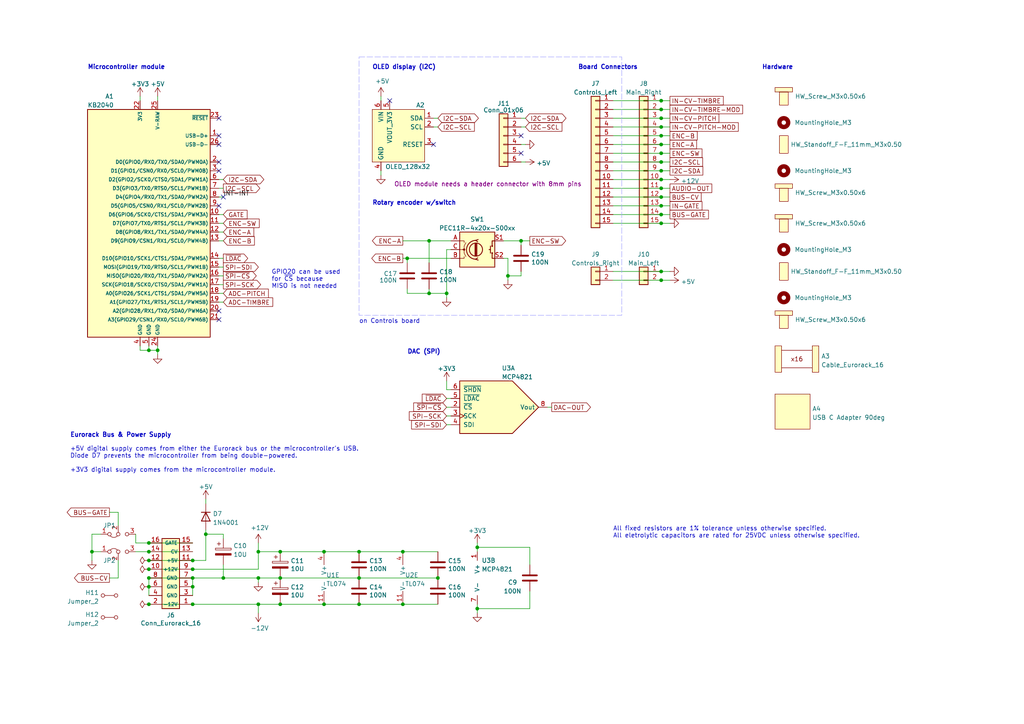
<source format=kicad_sch>
(kicad_sch (version 20230121) (generator eeschema)
  (paper "A4")
  (title_block (title "Digital & Misc - Eurorack Dexy Module") (date "2023-04-22") (rev "1.0.1") (company "Len Popp") (comment 1 "Copyright © 2023 Len Popp CC BY") (comment 2 "Eurorack digital voice module - 10HP"))
  (lib_symbols
    (symbol "-lmp-IC-misc:MCP4821" (pin_names (offset 1.016))
      (property "Reference" "U" (at 1.27 10.795 0))
      (property "Value" "MCP4821" (at 1.27 8.89 0))
      (symbol "MCP4821_1_1"
        (pin input line (at -12.7 0 0) (length 2.54) (name "~{CS}") (number "2"))
        (pin input clock (at -12.7 -2.54 0) (length 2.54) (name "SCK") (number "3"))
        (pin input line (at -12.7 -5.08 0) (length 2.54) (name "SDI") (number "4"))
        (pin input line (at -12.7 2.54 0) (length 2.54) (name "~{LDAC}") (number "5"))
        (pin input line (at -12.7 5.08 0) (length 2.54) (name "~{SHDN}") (number "6"))
        (pin output line (at 15.24 0 180) (length 2.54) (name "Vout") (number "8"))
      )
      (symbol "MCP4821_2_1"
        (pin power_in line (at 0 7.62 270) (length 2.54) (name "V+") (number "1"))
        (pin power_in line (at 0 -7.62 90) (length 2.54) (name "V-") (number "7"))
      )
    )
    (symbol "-lmp-diode:1N4001" (pin_numbers hide) (pin_names (offset 1.016) hide)
      (property "Reference" "D" (at 0 2.54 0))
      (property "Value" "1N4001" (at 0 -2.54 0))
      (symbol "1N4001_1_1"
        (pin passive line (at -3.81 0 0) (length 2.54) (name "K") (number "1"))
        (pin passive line (at 3.81 0 180) (length 2.54) (name "A") (number "2"))
      )
    )
    (symbol "-lmp-holes:MountingHole_PCB_M3" (pin_names (offset 1.016)) (in_bom no)
      (property "Value" "MountingHole_PCB_M3" (at 0 3.175 0))
    )
    (symbol "-lmp-opamp:TL074" (pin_names (offset 0.127))
      (property "Reference" "U" (at 0 5.08 0))
      (property "Value" "TL074" (at 0 -5.08 0))
      (symbol "TL074_1_1"
        (pin output line (at 7.62 0 180) (length 2.54) (name "~") (number "1"))
        (pin input line (at -7.62 -2.54 0) (length 2.54) (name "-") (number "2"))
        (pin input line (at -7.62 2.54 0) (length 2.54) (name "+") (number "3"))
      )
      (symbol "TL074_2_1"
        (pin input line (at -7.62 2.54 0) (length 2.54) (name "+") (number "5"))
        (pin input line (at -7.62 -2.54 0) (length 2.54) (name "-") (number "6"))
        (pin output line (at 7.62 0 180) (length 2.54) (name "~") (number "7"))
      )
      (symbol "TL074_3_1"
        (pin input line (at -7.62 2.54 0) (length 2.54) (name "+") (number "10"))
        (pin output line (at 7.62 0 180) (length 2.54) (name "~") (number "8"))
        (pin input line (at -7.62 -2.54 0) (length 2.54) (name "-") (number "9"))
      )
      (symbol "TL074_4_1"
        (pin input line (at -7.62 2.54 0) (length 2.54) (name "+") (number "12"))
        (pin input line (at -7.62 -2.54 0) (length 2.54) (name "-") (number "13"))
        (pin output line (at 7.62 0 180) (length 2.54) (name "~") (number "14"))
      )
      (symbol "TL074_5_1"
        (pin power_in line (at -2.54 -7.62 90) (length 3.81) (name "V-") (number "11"))
        (pin power_in line (at -2.54 7.62 270) (length 3.81) (name "V+") (number "4"))
      )
    )
    (symbol "-lmp-power:+12V" (power) (pin_names (offset 0))
      (property "Value" "+12V" (at 0 3.556 0))
      (symbol "+12V_1_1"
        (pin power_in line (at 0 0 90) (length 0) hide (name "+12V") (number "1"))
      )
    )
    (symbol "-lmp-power:+3V3" (power) (pin_names (offset 0))
      (property "Value" "+3V3" (at 0 3.556 0))
      (symbol "+3V3_1_1"
        (pin power_in line (at 0 0 90) (length 0) hide (name "+3V3") (number "1"))
      )
    )
    (symbol "-lmp-power:+5V" (power) (pin_names (offset 0))
      (property "Value" "+5V" (at 0 3.556 0))
      (symbol "+5V_1_1"
        (pin power_in line (at 0 0 90) (length 0) hide (name "+5V") (number "1"))
      )
    )
    (symbol "-lmp-power:-12V" (power) (pin_names (offset 0))
      (property "Value" "-12V" (at 0 -3.556 0))
      (symbol "-12V_1_1"
        (pin power_in line (at 0 0 270) (length 0) hide (name "-12V") (number "1"))
      )
    )
    (symbol "-lmp-power:GND" (power) (pin_numbers hide) (pin_names (offset 0) hide)
      (symbol "GND_1_1"
        (pin power_in line (at 0 0 270) (length 0) hide (name "GND") (number "1"))
      )
    )
    (symbol "-lmp-power:PWR_FLAG" (power) (pin_numbers hide) (pin_names (offset 0) hide)
      (property "Value" "PWR_FLAG" (at 0 3.81 0))
      (symbol "PWR_FLAG_0_0"
        (pin power_out line (at 0 0 90) (length 0) (name "pwr") (number "1"))
      )
    )
    (symbol "-lmp-synth:CP_10U" (pin_numbers hide) (pin_names (offset 0.254))
      (property "Reference" "C" (at 0.635 2.54 0))
      (property "Value" "CP_10U" (at 0.635 -2.54 0))
      (symbol "CP_10U_1_1"
        (pin passive line (at 0 3.81 270) (length 2.794) (name "~") (number "1"))
        (pin passive line (at 0 -3.81 90) (length 2.794) (name "~") (number "2"))
      )
    )
    (symbol "-lmp-synth:Cable_Eurorack_16" (on_board no)
      (property "Reference" "A" (at 0 8.255 0))
      (property "Value" "Cable_Eurorack_16" (at 0 5.715 0))
      (symbol "Cable_Eurorack_16_0_0"
        (text "x16" (at 0 0 0) (effects (font (size 1.27 1.27))))
      )
    )
    (symbol "-lmp-synth:Conn_Eurorack_Pwr_16"
      (property "Reference" "J" (at 1.27 10.16 0))
      (property "Value" "Conn_Eurorack_Pwr_16" (at 1.27 -12.7 0))
      (symbol "Conn_Eurorack_Pwr_16_1_1"
        (pin power_in line (at 7.62 -10.16 180) (length 3.81) (name "-12V") (number "1"))
        (pin power_in line (at -5.08 0 0) (length 3.81) (name "~") (number "10"))
        (pin power_in line (at 7.62 2.54 180) (length 3.81) (name "+5V") (number "11"))
        (pin power_in line (at -5.08 2.54 0) (length 3.81) (name "~") (number "12"))
        (pin bidirectional line (at 7.62 5.08 180) (length 3.81) (name "CV") (number "13"))
        (pin bidirectional line (at -5.08 5.08 0) (length 3.81) (name "~") (number "14"))
        (pin bidirectional line (at 7.62 7.62 180) (length 3.81) (name "GATE") (number "15"))
        (pin bidirectional line (at -5.08 7.62 0) (length 3.81) (name "~") (number "16"))
        (pin power_in line (at -5.08 -10.16 0) (length 3.81) (name "~") (number "2"))
        (pin power_in line (at 7.62 -7.62 180) (length 3.81) (name "GND") (number "3"))
        (pin power_in line (at -5.08 -7.62 0) (length 3.81) (name "~") (number "4"))
        (pin power_in line (at 7.62 -5.08 180) (length 3.81) (name "GND") (number "5"))
        (pin power_in line (at -5.08 -5.08 0) (length 3.81) (name "~") (number "6"))
        (pin power_in line (at 7.62 -2.54 180) (length 3.81) (name "GND") (number "7"))
        (pin power_in line (at -5.08 -2.54 0) (length 3.81) (name "~") (number "8"))
        (pin power_in line (at 7.62 0 180) (length 3.81) (name "+12V") (number "9"))
      )
    )
    (symbol "-lmp-synth:Encoder_Bourns_PEC11R_Switch" (pin_names (offset 0.254) hide)
      (property "Reference" "SW" (at 0 6.604 0))
      (property "Value" "Encoder_Bourns_PEC11R_Switch" (at 0 -6.604 0))
      (symbol "Encoder_Bourns_PEC11R_Switch_1_1"
        (pin passive line (at -7.62 2.54 0) (length 2.54) (name "A") (number "A"))
        (pin passive line (at -7.62 -2.54 0) (length 2.54) (name "B") (number "B"))
        (pin passive line (at -7.62 0 0) (length 2.54) (name "C") (number "C"))
        (pin passive line (at 7.62 2.54 180) (length 2.54) (name "S1") (number "S1"))
        (pin passive line (at 7.62 -2.54 180) (length 2.54) (name "S2") (number "S2"))
      )
    )
    (symbol "-lmp-synth:HW_Screw_M3x0.50x6" (pin_names (offset 1.016)) (on_board no)
      (property "Value" "HW_Screw_M3x0.50x6" (at 0 -5.08 0))
    )
    (symbol "-lmp-synth:HW_Standoff_F-F_11mm_M3x0.50" (pin_names (offset 1.016)) (on_board no)
      (property "Value" "HW_Standoff_F-F_11mm_M3x0.50" (at 0 -3.81 0))
    )
    (symbol "-lmp:CC_100N" (pin_numbers hide) (pin_names (offset 0.254))
      (property "Reference" "C" (at 0.635 2.54 0))
      (property "Value" "CC_100N" (at 0.635 -2.54 0))
      (symbol "CC_100N_1_1"
        (pin passive line (at 0 3.81 270) (length 2.794) (name "~") (number "1"))
        (pin passive line (at 0 -3.81 90) (length 2.794) (name "~") (number "2"))
      )
    )
    (symbol "-lmp:Jumper_2" (pin_names (offset 0) hide) (on_board no)
      (property "Reference" "H" (at 0 2.54 0))
      (property "Value" "Jumper_2" (at 0 -2.286 0))
    )
    (symbol "-lmp:Jumper_Pins_3_Bridged12" (pin_names (offset 0) hide)
      (property "Reference" "JP" (at -2.54 -2.54 0))
      (property "Value" "Jumper_Pins_3_Bridged12" (at 0 2.794 0))
      (symbol "Jumper_Pins_3_Bridged12_1_1"
        (pin passive line (at -5.08 0 0) (length 2.032) (name "A") (number "1"))
        (pin input line (at 0 -2.54 90) (length 1.27) (name "C") (number "2"))
        (pin passive line (at 5.08 0 180) (length 2.032) (name "B") (number "3"))
      )
    )
    (symbol "-lmp:MISC" (pin_numbers hide) (pin_names (offset 0) hide) (on_board no)
      (property "Reference" "H" (at 0 8.509 0))
      (property "Value" "MISC" (at 0 6.35 0))
    )
    (symbol "Adafruit:KB2040"
      (property "Reference" "A" (at -17.78 34.29 0))
      (property "Value" "KB2040" (at 17.78 -34.925 0))
      (symbol "KB2040_1_1"
        (pin bidirectional line (at 20.32 25.4 180) (length 2.54) (name "USB-D+") (number "1"))
        (pin bidirectional line (at 20.32 2.54 180) (length 2.54) (name "D6(GPIO6/SCK0/CTS1/SDA1/PWM3A)") (number "10"))
        (pin bidirectional line (at 20.32 0 180) (length 2.54) (name "D7(GPIO7/TX0/RTS1/SCL1/PWM3B)") (number "11"))
        (pin bidirectional line (at 20.32 -2.54 180) (length 2.54) (name "D8(GPIO8/RX1/TX1/SDA0/PWM4A)") (number "12"))
        (pin bidirectional line (at 20.32 -5.08 180) (length 2.54) (name "D9(GPIO9/CSN1/RX1/SCL0/PWM4B)") (number "13"))
        (pin bidirectional line (at 20.32 -10.16 180) (length 2.54) (name "D10(GPIO10/SCK1/CTS1/SDA1/PWM5A)") (number "14"))
        (pin bidirectional line (at 20.32 -12.7 180) (length 2.54) (name "MOSI(GPIO19/TX0/RTS0/SCL1/PWM1B)") (number "15"))
        (pin bidirectional line (at 20.32 -15.24 180) (length 2.54) (name "MISO(GPIO20/RX0/TX1/SDA0/PWM2A)") (number "16"))
        (pin bidirectional line (at 20.32 -17.78 180) (length 2.54) (name "SCK(GPIO18/SCK0/CTS0/SDA1/PWM1A)") (number "17"))
        (pin bidirectional line (at 20.32 -20.32 180) (length 2.54) (name "A0(GPIO26/SCK1/CTS1/SDA1/PWM5A)") (number "18"))
        (pin bidirectional line (at 20.32 -22.86 180) (length 2.54) (name "A1(GPIO27/TX1/RTS1/SCL1/PWM5B)") (number "19"))
        (pin bidirectional line (at 20.32 17.78 180) (length 2.54) (name "D0(GPIO0/RX0/TX0/SDA0/PWM0A)") (number "2"))
        (pin bidirectional line (at 20.32 -25.4 180) (length 2.54) (name "A2(GPIO28/RX1/TX0/SDA0/PWM6A)") (number "20"))
        (pin bidirectional line (at 20.32 -27.94 180) (length 2.54) (name "A3(GPIO29/CSN1/RX0/SCL0/PWM6B)") (number "21"))
        (pin power_out line (at -2.54 35.56 270) (length 2.54) (name "3V3") (number "22"))
        (pin input line (at 20.32 30.48 180) (length 2.54) (name "~{RESET}") (number "23"))
        (pin power_in line (at 2.54 -35.56 90) (length 2.54) (name "GND") (number "24"))
        (pin power_out line (at 2.54 35.56 270) (length 2.54) (name "V-RAW") (number "25"))
        (pin bidirectional line (at 20.32 22.86 180) (length 2.54) (name "USB-D-") (number "26"))
        (pin bidirectional line (at 20.32 15.24 180) (length 2.54) (name "D1(GPIO1/CSN0/RX0/SCL0/PWM0B)") (number "3"))
        (pin power_in line (at -2.54 -35.56 90) (length 2.54) (name "GND") (number "4"))
        (pin power_in line (at 0 -35.56 90) (length 2.54) (name "GND") (number "5"))
        (pin bidirectional line (at 20.32 12.7 180) (length 2.54) (name "D2(GPIO2/SCK0/CTS0/SDA1/PWM1A)") (number "6"))
        (pin bidirectional line (at 20.32 10.16 180) (length 2.54) (name "D3(GPIO3/TX0/RTS0/SCL1/PWM1B)") (number "7"))
        (pin bidirectional line (at 20.32 7.62 180) (length 2.54) (name "D4(GPIO4/RX0/TX1/SDA0/PWM2A)") (number "8"))
        (pin bidirectional line (at 20.32 5.08 180) (length 2.54) (name "D5(GPIO5/CSN0/RX1/SCL0/PWM2B)") (number "9"))
      )
    )
    (symbol "Adafruit:OLED_128x32"
      (property "Reference" "A" (at 0 7.62 0))
      (property "Value" "OLED_128x32" (at -11.43 -8.255 0))
      (symbol "OLED_128x32_1_1"
        (pin bidirectional line (at 2.54 5.08 180) (length 2.54) (name "SDA") (number "1"))
        (pin input line (at 2.54 2.54 180) (length 2.54) (name "SCL") (number "2"))
        (pin input line (at 2.54 -2.54 180) (length 2.54) (name "RESET") (number "3"))
        (pin power_in line (at -12.7 -10.16 90) (length 2.54) (name "GND") (number "4"))
        (pin power_out line (at -10.16 10.16 270) (length 2.54) (name "VOUT_3V3") (number "5"))
        (pin power_in line (at -12.7 10.16 270) (length 2.54) (name "VIN") (number "6"))
      )
    )
    (symbol "Connector_Generic:Conn_01x02" (pin_names (offset 1.016) hide)
      (property "Reference" "J" (at 0 2.54 0))
      (property "Value" "Conn_01x02" (at 0 -5.08 0))
      (symbol "Conn_01x02_1_1"
        (pin passive line (at -5.08 0 0) (length 3.81) (name "Pin_1") (number "1"))
        (pin passive line (at -5.08 -2.54 0) (length 3.81) (name "Pin_2") (number "2"))
      )
    )
    (symbol "Connector_Generic:Conn_01x06" (pin_names (offset 1.016) hide)
      (property "Reference" "J" (at 0 7.62 0))
      (property "Value" "Conn_01x06" (at 0 -10.16 0))
      (symbol "Conn_01x06_1_1"
        (pin passive line (at -5.08 5.08 0) (length 3.81) (name "Pin_1") (number "1"))
        (pin passive line (at -5.08 2.54 0) (length 3.81) (name "Pin_2") (number "2"))
        (pin passive line (at -5.08 0 0) (length 3.81) (name "Pin_3") (number "3"))
        (pin passive line (at -5.08 -2.54 0) (length 3.81) (name "Pin_4") (number "4"))
        (pin passive line (at -5.08 -5.08 0) (length 3.81) (name "Pin_5") (number "5"))
        (pin passive line (at -5.08 -7.62 0) (length 3.81) (name "Pin_6") (number "6"))
      )
    )
    (symbol "Connector_Generic:Conn_01x15" (pin_names (offset 1.016) hide)
      (property "Reference" "J" (at 0 20.32 0))
      (property "Value" "Conn_01x15" (at 0 -20.32 0))
      (symbol "Conn_01x15_1_1"
        (pin passive line (at -5.08 17.78 0) (length 3.81) (name "Pin_1") (number "1"))
        (pin passive line (at -5.08 -5.08 0) (length 3.81) (name "Pin_10") (number "10"))
        (pin passive line (at -5.08 -7.62 0) (length 3.81) (name "Pin_11") (number "11"))
        (pin passive line (at -5.08 -10.16 0) (length 3.81) (name "Pin_12") (number "12"))
        (pin passive line (at -5.08 -12.7 0) (length 3.81) (name "Pin_13") (number "13"))
        (pin passive line (at -5.08 -15.24 0) (length 3.81) (name "Pin_14") (number "14"))
        (pin passive line (at -5.08 -17.78 0) (length 3.81) (name "Pin_15") (number "15"))
        (pin passive line (at -5.08 15.24 0) (length 3.81) (name "Pin_2") (number "2"))
        (pin passive line (at -5.08 12.7 0) (length 3.81) (name "Pin_3") (number "3"))
        (pin passive line (at -5.08 10.16 0) (length 3.81) (name "Pin_4") (number "4"))
        (pin passive line (at -5.08 7.62 0) (length 3.81) (name "Pin_5") (number "5"))
        (pin passive line (at -5.08 5.08 0) (length 3.81) (name "Pin_6") (number "6"))
        (pin passive line (at -5.08 2.54 0) (length 3.81) (name "Pin_7") (number "7"))
        (pin passive line (at -5.08 0 0) (length 3.81) (name "Pin_8") (number "8"))
        (pin passive line (at -5.08 -2.54 0) (length 3.81) (name "Pin_9") (number "9"))
      )
    )
  )
  (junction (at 191.77 54.61))
  (junction (at 118.11 74.93))
  (junction (at 26.67 160.02))
  (junction (at 191.77 34.29))
  (junction (at 74.93 160.02))
  (junction (at 191.77 62.23))
  (junction (at 74.93 175.26))
  (junction (at 74.93 167.64))
  (junction (at 43.18 167.64))
  (junction (at 81.28 175.26))
  (junction (at 124.46 85.09))
  (junction (at 191.77 52.07))
  (junction (at 93.98 160.02))
  (junction (at 191.77 57.15))
  (junction (at 104.14 167.64))
  (junction (at 191.77 39.37))
  (junction (at 191.77 78.74))
  (junction (at 147.32 80.01))
  (junction (at 81.28 160.02))
  (junction (at 129.54 85.09))
  (junction (at 43.18 157.48))
  (junction (at 191.77 59.69))
  (junction (at 43.18 160.02))
  (junction (at 191.77 46.99))
  (junction (at 191.77 44.45))
  (junction (at 191.77 64.77))
  (junction (at 55.88 162.56))
  (junction (at 81.28 167.64))
  (junction (at 124.46 69.85))
  (junction (at 64.77 167.64))
  (junction (at 116.84 160.02))
  (junction (at 93.98 175.26))
  (junction (at 138.43 176.53))
  (junction (at 59.69 154.94))
  (junction (at 55.88 167.64))
  (junction (at 191.77 36.83))
  (junction (at 191.77 31.75))
  (junction (at 104.14 175.26))
  (junction (at 55.88 170.18))
  (junction (at 43.18 165.1))
  (junction (at 191.77 49.53))
  (junction (at 104.14 160.02))
  (junction (at 45.72 101.6))
  (junction (at 55.88 175.26))
  (junction (at 116.84 175.26))
  (junction (at 43.18 101.6))
  (junction (at 55.88 165.1))
  (junction (at 43.18 170.18))
  (junction (at 151.13 69.85))
  (junction (at 138.43 158.75))
  (junction (at 43.18 162.56))
  (junction (at 191.77 29.21))
  (junction (at 191.77 41.91))
  (junction (at 43.18 175.26))
  (junction (at 127 167.64))
  (junction (at 191.77 81.28))
  (no_connect (at 151.13 44.45))
  (no_connect (at 125.73 41.91))
  (no_connect (at 63.5 39.37))
  (no_connect (at 151.13 39.37))
  (no_connect (at 63.5 90.17))
  (no_connect (at 63.5 46.99))
  (no_connect (at 113.03 29.21))
  (no_connect (at 63.5 49.53))
  (no_connect (at 64.77 57.15))
  (no_connect (at 63.5 92.71))
  (no_connect (at 63.5 41.91))
  (no_connect (at 63.5 59.69))
  (no_connect (at 63.5 34.29))
  (wire (pts (xy 64.77 54.61) (xy 63.5 54.61)))
  (wire (pts (xy 129.54 110.49) (xy 129.54 113.03)))
  (wire (pts (xy 130.81 72.39) (xy 129.54 72.39)))
  (wire (pts (xy 45.72 101.6) (xy 45.72 102.87)))
  (wire (pts (xy 43.18 160.02) (xy 55.88 160.02)))
  (wire (pts (xy 191.77 57.15) (xy 194.31 57.15)))
  (wire (pts (xy 177.8 54.61) (xy 191.77 54.61)))
  (wire (pts (xy 116.84 74.93) (xy 118.11 74.93)))
  (wire (pts (xy 55.88 167.64) (xy 64.77 167.64)))
  (wire (pts (xy 63.5 69.85) (xy 64.77 69.85)))
  (wire (pts (xy 177.8 62.23) (xy 191.77 62.23)))
  (wire (pts (xy 63.5 80.01) (xy 64.77 80.01)))
  (wire (pts (xy 43.18 157.48) (xy 55.88 157.48)))
  (wire (pts (xy 116.84 175.26) (xy 127 175.26)))
  (wire (pts (xy 74.93 175.26) (xy 81.28 175.26)))
  (wire (pts (xy 43.18 101.6) (xy 40.64 101.6)))
  (wire (pts (xy 116.84 69.85) (xy 124.46 69.85)))
  (wire (pts (xy 125.73 36.83) (xy 127 36.83)))
  (wire (pts (xy 124.46 69.85) (xy 130.81 69.85)))
  (wire (pts (xy 153.67 158.75) (xy 138.43 158.75)))
  (wire (pts (xy 74.93 167.64) (xy 74.93 168.91)))
  (wire (pts (xy 147.32 80.01) (xy 151.13 80.01)))
  (wire (pts (xy 191.77 34.29) (xy 194.31 34.29)))
  (wire (pts (xy 191.77 54.61) (xy 194.31 54.61)))
  (wire (pts (xy 104.14 175.26) (xy 116.84 175.26)))
  (wire (pts (xy 45.72 100.33) (xy 45.72 101.6)))
  (wire (pts (xy 34.29 152.4) (xy 34.29 148.59)))
  (wire (pts (xy 63.5 74.93) (xy 64.77 74.93)))
  (wire (pts (xy 138.43 175.26) (xy 138.43 176.53)))
  (wire (pts (xy 147.32 74.93) (xy 147.32 80.01)))
  (wire (pts (xy 55.88 167.64) (xy 55.88 170.18)))
  (wire (pts (xy 153.67 176.53) (xy 153.67 171.45)))
  (wire (pts (xy 59.69 153.67) (xy 59.69 154.94)))
  (wire (pts (xy 26.67 160.02) (xy 26.67 162.56)))
  (wire (pts (xy 59.69 144.78) (xy 59.69 146.05)))
  (wire (pts (xy 177.8 46.99) (xy 191.77 46.99)))
  (wire (pts (xy 138.43 176.53) (xy 138.43 177.8)))
  (wire (pts (xy 64.77 62.23) (xy 63.5 62.23)))
  (wire (pts (xy 43.18 167.64) (xy 55.88 167.64)))
  (wire (pts (xy 147.32 81.28) (xy 147.32 80.01)))
  (wire (pts (xy 64.77 167.64) (xy 74.93 167.64)))
  (wire (pts (xy 191.77 78.74) (xy 194.31 78.74)))
  (wire (pts (xy 118.11 85.09) (xy 124.46 85.09)))
  (wire (pts (xy 43.18 175.26) (xy 55.88 175.26)))
  (wire (pts (xy 55.88 172.72) (xy 55.88 170.18)))
  (wire (pts (xy 34.29 167.64) (xy 31.75 167.64)))
  (wire (pts (xy 151.13 78.74) (xy 151.13 80.01)))
  (wire (pts (xy 81.28 175.26) (xy 93.98 175.26)))
  (wire (pts (xy 177.8 59.69) (xy 191.77 59.69)))
  (wire (pts (xy 138.43 158.75) (xy 138.43 160.02)))
  (wire (pts (xy 177.8 44.45) (xy 191.77 44.45)))
  (wire (pts (xy 40.64 27.94) (xy 40.64 29.21)))
  (wire (pts (xy 191.77 52.07) (xy 194.31 52.07)))
  (wire (pts (xy 74.93 167.64) (xy 81.28 167.64)))
  (wire (pts (xy 129.54 115.57) (xy 130.81 115.57)))
  (wire (pts (xy 63.5 67.31) (xy 64.77 67.31)))
  (wire (pts (xy 191.77 46.99) (xy 194.31 46.99)))
  (wire (pts (xy 177.8 41.91) (xy 191.77 41.91)))
  (wire (pts (xy 116.84 160.02) (xy 127 160.02)))
  (wire (pts (xy 26.67 160.02) (xy 29.21 160.02)))
  (wire (pts (xy 129.54 72.39) (xy 129.54 85.09)))
  (wire (pts (xy 55.88 165.1) (xy 74.93 165.1)))
  (wire (pts (xy 116.84 160.02) (xy 104.14 160.02)))
  (wire (pts (xy 64.77 163.83) (xy 64.77 167.64)))
  (wire (pts (xy 74.93 160.02) (xy 74.93 157.48)))
  (wire (pts (xy 64.77 85.09) (xy 63.5 85.09)))
  (wire (pts (xy 138.43 176.53) (xy 153.67 176.53)))
  (wire (pts (xy 93.98 160.02) (xy 104.14 160.02)))
  (wire (pts (xy 43.18 162.56) (xy 55.88 162.56)))
  (wire (pts (xy 74.93 177.8) (xy 74.93 175.26)))
  (wire (pts (xy 39.37 154.94) (xy 39.37 157.48)))
  (wire (pts (xy 64.77 87.63) (xy 63.5 87.63)))
  (wire (pts (xy 151.13 34.29) (xy 152.4 34.29)))
  (wire (pts (xy 64.77 52.07) (xy 63.5 52.07)))
  (wire (pts (xy 45.72 27.94) (xy 45.72 29.21)))
  (wire (pts (xy 151.13 46.99) (xy 152.4 46.99)))
  (wire (pts (xy 118.11 74.93) (xy 118.11 76.2)))
  (wire (pts (xy 177.8 34.29) (xy 191.77 34.29)))
  (wire (pts (xy 45.72 101.6) (xy 43.18 101.6)))
  (wire (pts (xy 177.8 29.21) (xy 191.77 29.21)))
  (wire (pts (xy 129.54 120.65) (xy 130.81 120.65)))
  (wire (pts (xy 191.77 44.45) (xy 194.31 44.45)))
  (wire (pts (xy 153.67 69.85) (xy 151.13 69.85)))
  (wire (pts (xy 129.54 123.19) (xy 130.81 123.19)))
  (wire (pts (xy 63.5 57.15) (xy 64.77 57.15)))
  (wire (pts (xy 138.43 157.48) (xy 138.43 158.75)))
  (wire (pts (xy 177.8 78.74) (xy 191.77 78.74)))
  (wire (pts (xy 110.49 29.21) (xy 110.49 27.94)))
  (wire (pts (xy 93.98 175.26) (xy 104.14 175.26)))
  (wire (pts (xy 124.46 83.82) (xy 124.46 85.09)))
  (wire (pts (xy 26.67 154.94) (xy 26.67 160.02)))
  (wire (pts (xy 34.29 148.59) (xy 31.75 148.59)))
  (wire (pts (xy 191.77 64.77) (xy 194.31 64.77)))
  (wire (pts (xy 63.5 64.77) (xy 64.77 64.77)))
  (wire (pts (xy 194.31 81.28) (xy 191.77 81.28)))
  (wire (pts (xy 74.93 175.26) (xy 55.88 175.26)))
  (wire (pts (xy 26.67 154.94) (xy 29.21 154.94)))
  (wire (pts (xy 81.28 167.64) (xy 104.14 167.64)))
  (wire (pts (xy 130.81 113.03) (xy 129.54 113.03)))
  (wire (pts (xy 40.64 101.6) (xy 40.64 100.33)))
  (wire (pts (xy 63.5 77.47) (xy 64.77 77.47)))
  (wire (pts (xy 129.54 118.11) (xy 130.81 118.11)))
  (wire (pts (xy 124.46 69.85) (xy 124.46 76.2)))
  (wire (pts (xy 177.8 31.75) (xy 191.77 31.75)))
  (wire (pts (xy 191.77 41.91) (xy 194.31 41.91)))
  (wire (pts (xy 129.54 85.09) (xy 124.46 85.09)))
  (wire (pts (xy 43.18 170.18) (xy 43.18 167.64)))
  (wire (pts (xy 63.5 82.55) (xy 64.77 82.55)))
  (wire (pts (xy 191.77 36.83) (xy 194.31 36.83)))
  (wire (pts (xy 177.8 49.53) (xy 191.77 49.53)))
  (wire (pts (xy 43.18 172.72) (xy 43.18 170.18)))
  (wire (pts (xy 59.69 154.94) (xy 59.69 162.56)))
  (wire (pts (xy 177.8 39.37) (xy 191.77 39.37)))
  (wire (pts (xy 177.8 64.77) (xy 191.77 64.77)))
  (wire (pts (xy 151.13 69.85) (xy 146.05 69.85)))
  (wire (pts (xy 118.11 83.82) (xy 118.11 85.09)))
  (wire (pts (xy 191.77 59.69) (xy 194.31 59.69)))
  (wire (pts (xy 55.88 165.1) (xy 43.18 165.1)))
  (wire (pts (xy 191.77 49.53) (xy 194.31 49.53)))
  (wire (pts (xy 125.73 34.29) (xy 127 34.29)))
  (wire (pts (xy 110.49 49.53) (xy 110.49 50.8)))
  (wire (pts (xy 177.8 52.07) (xy 191.77 52.07)))
  (wire (pts (xy 59.69 154.94) (xy 64.77 154.94)))
  (wire (pts (xy 151.13 36.83) (xy 152.4 36.83)))
  (wire (pts (xy 59.69 162.56) (xy 55.88 162.56)))
  (wire (pts (xy 39.37 160.02) (xy 43.18 160.02)))
  (wire (pts (xy 118.11 74.93) (xy 130.81 74.93)))
  (wire (pts (xy 153.67 163.83) (xy 153.67 158.75)))
  (wire (pts (xy 191.77 29.21) (xy 194.31 29.21)))
  (wire (pts (xy 43.18 100.33) (xy 43.18 101.6)))
  (wire (pts (xy 146.05 74.93) (xy 147.32 74.93)))
  (wire (pts (xy 64.77 154.94) (xy 64.77 156.21)))
  (wire (pts (xy 81.28 160.02) (xy 93.98 160.02)))
  (wire (pts (xy 158.75 118.11) (xy 160.02 118.11)))
  (wire (pts (xy 104.14 167.64) (xy 127 167.64)))
  (wire (pts (xy 151.13 41.91) (xy 152.4 41.91)))
  (wire (pts (xy 74.93 160.02) (xy 81.28 160.02)))
  (wire (pts (xy 34.29 162.56) (xy 34.29 167.64)))
  (wire (pts (xy 191.77 39.37) (xy 194.31 39.37)))
  (wire (pts (xy 74.93 160.02) (xy 74.93 165.1)))
  (wire (pts (xy 39.37 157.48) (xy 43.18 157.48)))
  (wire (pts (xy 129.54 85.09) (xy 129.54 86.36)))
  (wire (pts (xy 191.77 62.23) (xy 194.31 62.23)))
  (wire (pts (xy 151.13 71.12) (xy 151.13 69.85)))
  (wire (pts (xy 177.8 57.15) (xy 191.77 57.15)))
  (wire (pts (xy 177.8 36.83) (xy 191.77 36.83)))
  (wire (pts (xy 177.8 81.28) (xy 191.77 81.28)))
  (wire (pts (xy 191.77 31.75) (xy 194.31 31.75)))
  (rectangle (start 104.14 16.51) (end 180.34 91.44) (stroke (width 0) (type dash) (color 168 168 255 1)))
  (text "DAC (SPI)" (at 118.11 102.87 0) (effects (font (size 1.27 1.27) (thickness 0.254) bold) (justify left bottom)))
  (text "Hardware" (at 220.98 20.32 0) (effects (font (size 1.27 1.27) (thickness 0.254) bold) (justify left bottom)))
  (text "on Controls board" (at 104.14 93.98 0) (effects (font (size 1.27 1.27)) (justify left bottom)))
  (text "All fixed resistors are 1% tolerance unless otherwise specified.\nAll eletrolytic capacitors are rated for 25VDC unless otherwise specified." (at 177.8 156.21 0) (effects (font (size 1.27 1.27)) (justify left bottom)))
  (text "Eurorack Bus & Power Supply" (at 20.32 127 0) (effects (font (size 1.27 1.27) (thickness 0.254) bold) (justify left bottom)))
  (text "Rotary encoder w/switch" (at 107.95 59.69 0) (effects (font (size 1.27 1.27) (thickness 0.254) bold) (justify left bottom)))
  (text "+5V digital supply comes from either the Eurorack bus or the microcontroller's USB.\nDiode D7 prevents the microcontroller from being double-powered.\n\n+3V3 digital supply comes from the microcontroller module." (at 20.32 137.16 0) (effects (font (size 1.27 1.27)) (justify left bottom)))
  (text "Board Connectors" (at 167.64 20.32 0) (effects (font (size 1.27 1.27) (thickness 0.254) bold) (justify left bottom)))
  (text "GPIO20 can be used \nfor ~{CS} because \nMISO is not needed" (at 78.74 83.82 0) (effects (font (size 1.27 1.27)) (justify left bottom)))
  (text "Microcontroller module" (at 25.4 20.32 0) (effects (font (size 1.27 1.27) (thickness 0.254) bold) (justify left bottom)))
  (text "OLED display (I2C)" (at 107.95 20.32 0) (effects (font (size 1.27 1.27) (thickness 0.254) bold) (justify left bottom)))
  (label "INT-INT" (at 64.77 57.15 0))
  (global_label "I2C-SCL" (shape input) (at 127 36.83 0) (property "Intersheetrefs" "${INTERSHEET_REFS}" (effects hide)))
  (global_label "ENC-A" (shape output) (at 116.84 69.85 180) (property "Intersheetrefs" "${INTERSHEET_REFS}" (effects hide)))
  (global_label "IN-GATE" (shape passive) (at 194.31 59.69 0) (property "Intersheetrefs" "${INTERSHEET_REFS}" (effects hide)))
  (global_label "I2C-SDA" (shape passive) (at 194.31 49.53 0) (property "Intersheetrefs" "${INTERSHEET_REFS}" (effects hide)))
  (global_label "GATE" (shape input) (at 64.77 62.23 0) (property "Intersheetrefs" "${INTERSHEET_REFS}" (effects hide)))
  (global_label "ENC-A" (shape input) (at 64.77 67.31 0) (property "Intersheetrefs" "${INTERSHEET_REFS}" (effects hide)))
  (global_label "ENC-A" (shape passive) (at 194.31 41.91 0) (property "Intersheetrefs" "${INTERSHEET_REFS}" (effects hide)))
  (global_label "~{LDAC}" (shape input) (at 129.54 115.57 180) (property "Intersheetrefs" "${INTERSHEET_REFS}" (effects hide)))
  (global_label "SPI-SDI" (shape input) (at 129.54 123.19 180) (property "Intersheetrefs" "${INTERSHEET_REFS}" (effects hide)))
  (global_label "SPI-SCK" (shape output) (at 64.77 82.55 0) (property "Intersheetrefs" "${INTERSHEET_REFS}" (effects hide)))
  (global_label "I2C-SCL" (shape output) (at 64.77 54.61 0) (property "Intersheetrefs" "${INTERSHEET_REFS}" (effects hide)))
  (global_label "BUS-GATE" (shape passive) (at 194.31 62.23 0) (property "Intersheetrefs" "${INTERSHEET_REFS}" (effects hide)))
  (global_label "ENC-B" (shape passive) (at 194.31 39.37 0) (property "Intersheetrefs" "${INTERSHEET_REFS}" (effects hide)))
  (global_label "ENC-SW" (shape input) (at 64.77 64.77 0) (property "Intersheetrefs" "${INTERSHEET_REFS}" (effects hide)))
  (global_label "I2C-SCL" (shape input) (at 152.4 36.83 0) (property "Intersheetrefs" "${INTERSHEET_REFS}" (effects hide)))
  (global_label "~{SPI-CS}" (shape output) (at 64.77 80.01 0) (property "Intersheetrefs" "${INTERSHEET_REFS}" (effects hide)))
  (global_label "ADC-TIMBRE" (shape input) (at 64.77 87.63 0) (property "Intersheetrefs" "${INTERSHEET_REFS}" (effects hide)))
  (global_label "BUS-CV" (shape output) (at 31.75 167.64 180) (property "Intersheetrefs" "${INTERSHEET_REFS}" (effects hide)))
  (global_label "I2C-SCL" (shape passive) (at 194.31 46.99 0) (property "Intersheetrefs" "${INTERSHEET_REFS}" (effects hide)))
  (global_label "DAC-OUT" (shape output) (at 160.02 118.11 0) (property "Intersheetrefs" "${INTERSHEET_REFS}" (effects hide)))
  (global_label "SPI-SDI" (shape output) (at 64.77 77.47 0) (property "Intersheetrefs" "${INTERSHEET_REFS}" (effects hide)))
  (global_label "~{LDAC}" (shape output) (at 64.77 74.93 0) (property "Intersheetrefs" "${INTERSHEET_REFS}" (effects hide)))
  (global_label "ENC-B" (shape input) (at 64.77 69.85 0) (property "Intersheetrefs" "${INTERSHEET_REFS}" (effects hide)))
  (global_label "ENC-SW" (shape passive) (at 194.31 44.45 0) (property "Intersheetrefs" "${INTERSHEET_REFS}" (effects hide)))
  (global_label "IN-CV-TIMBRE" (shape passive) (at 194.31 29.21 0) (property "Intersheetrefs" "${INTERSHEET_REFS}" (effects hide)))
  (global_label "I2C-SDA" (shape bidirectional) (at 127 34.29 0) (property "Intersheetrefs" "${INTERSHEET_REFS}" (effects hide)))
  (global_label "ENC-B" (shape output) (at 116.84 74.93 180) (property "Intersheetrefs" "${INTERSHEET_REFS}" (effects hide)))
  (global_label "IN-CV-PITCH-MOD" (shape passive) (at 194.31 36.83 0) (property "Intersheetrefs" "${INTERSHEET_REFS}" (effects hide)))
  (global_label "ENC-SW" (shape output) (at 153.67 69.85 0) (property "Intersheetrefs" "${INTERSHEET_REFS}" (effects hide)))
  (global_label "IN-CV-PITCH" (shape passive) (at 194.31 34.29 0) (property "Intersheetrefs" "${INTERSHEET_REFS}" (effects hide)))
  (global_label "BUS-GATE" (shape output) (at 31.75 148.59 180) (property "Intersheetrefs" "${INTERSHEET_REFS}" (effects hide)))
  (global_label "I2C-SDA" (shape bidirectional) (at 64.77 52.07 0) (property "Intersheetrefs" "${INTERSHEET_REFS}" (effects hide)))
  (global_label "~{SPI-CS}" (shape input) (at 129.54 118.11 180) (property "Intersheetrefs" "${INTERSHEET_REFS}" (effects hide)))
  (global_label "AUDIO-OUT" (shape passive) (at 194.31 54.61 0) (property "Intersheetrefs" "${INTERSHEET_REFS}" (effects hide)))
  (global_label "SPI-SCK" (shape input) (at 129.54 120.65 180) (property "Intersheetrefs" "${INTERSHEET_REFS}" (effects hide)))
  (global_label "I2C-SDA" (shape bidirectional) (at 152.4 34.29 0) (property "Intersheetrefs" "${INTERSHEET_REFS}" (effects hide)))
  (global_label "BUS-CV" (shape passive) (at 194.31 57.15 0) (property "Intersheetrefs" "${INTERSHEET_REFS}" (effects hide)))
  (global_label "IN-CV-TIMBRE-MOD" (shape passive) (at 194.31 31.75 0) (property "Intersheetrefs" "${INTERSHEET_REFS}" (effects hide)))
  (global_label "ADC-PITCH" (shape input) (at 64.77 85.09 0) (property "Intersheetrefs" "${INTERSHEET_REFS}" (effects hide)))
  (symbol (lib_id "Connector_Generic:Conn_01x15") (at 172.72 46.99 0) (mirror y) (unit 1)
    (property "Reference" "J7" (at 172.72 24.2402 0))
    (property "Value" "Controls_Left" (at 172.72 26.7771 0))
    (property "Footprint" "Connector_PinSocket_2.54mm:PinSocket_1x15_P2.54mm_Vertical" (effects hide))
    (property "Distributor" "Adafruit" (effects hide))
    (property "Distributor2" "Mouser" (effects hide))
    (property "DistributorPartLink" "https://www.adafruit.com/product/598" (effects hide))
    (property "DistributorPartLink2" "https://www.mouser.ca/ProductDetail/Wurth-Elektronik/61303211821?qs=ZtY9WdtwX55M%2FH%2FSrHZ9xA%3D%3D" (effects hide))
    (property "DistributorPartNum" "598" (effects hide))
    (property "DistributorPartNum2" "710-61303211821" (effects hide))
  )
  (symbol (lib_id "Connector_Generic:Conn_01x15") (at 186.69 46.99 0) (mirror y) (unit 1)
    (property "Reference" "J8" (at 186.69 24.2402 0))
    (property "Value" "Main_Right" (at 186.69 26.7771 0))
    (property "Footprint" "Connector_PinHeader_2.54mm:PinHeader_1x15_P2.54mm_Vertical" (effects hide))
    (property "Distributor" "Adafruit" (effects hide))
    (property "Distributor2" "Mouser" (effects hide))
    (property "DistributorPartLink" "https://www.adafruit.com/product/392" (effects hide))
    (property "DistributorPartLink2" "https://www.mouser.ca/ProductDetail/649-1012937893601BLF" (effects hide))
    (property "DistributorPartNum" "392" (effects hide))
    (property "DistributorPartNum2" "649-1012937893601BLF" (effects hide))
  )
  (symbol (lib_id "Connector_Generic:Conn_01x02") (at 172.72 78.74 0) (mirror y) (unit 1)
    (property "Reference" "J9" (at 172.72 73.7702 0))
    (property "Value" "Controls_Right" (at 172.72 76.3071 0))
    (property "Footprint" "Connector_PinSocket_2.54mm:PinSocket_1x02_P2.54mm_Vertical" (effects hide))
    (property "Distributor" "Adafruit" (effects hide))
    (property "Distributor2" "Mouser" (effects hide))
    (property "DistributorPartLink" "https://www.adafruit.com/product/598" (effects hide))
    (property "DistributorPartLink2" "https://www.mouser.ca/ProductDetail/Wurth-Elektronik/61303211821?qs=ZtY9WdtwX55M%2FH%2FSrHZ9xA%3D%3D" (effects hide))
    (property "DistributorPartNum" "598" (effects hide))
    (property "DistributorPartNum2" "710-61303211821" (effects hide))
  )
  (symbol (lib_id "Connector_Generic:Conn_01x02") (at 186.69 78.74 0) (mirror y) (unit 1)
    (property "Reference" "J10" (at 186.69 73.7702 0))
    (property "Value" "Main_Left" (at 186.69 76.3071 0))
    (property "Footprint" "Connector_PinHeader_2.54mm:PinHeader_1x02_P2.54mm_Vertical" (effects hide))
    (property "Distributor" "Adafruit" (effects hide))
    (property "Distributor2" "Mouser" (effects hide))
    (property "DistributorPartLink" "https://www.adafruit.com/product/392" (effects hide))
    (property "DistributorPartLink2" "https://www.mouser.ca/ProductDetail/649-1012937893601BLF" (effects hide))
    (property "DistributorPartNum" "392" (effects hide))
    (property "DistributorPartNum2" "649-1012937893601BLF" (effects hide))
  )
  (symbol (lib_id "-lmp-holes:MountingHole_PCB_M3") (at 227.33 35.56 0) (unit 1) (in_bom no)
    (property "Reference" "H1" (effects hide))
    (property "Value" "MountingHole_M3" (at 238.76 35.56 0))
    (property "Footprint" "-lmp-holes:MountingHole_PCB_3.2mm_M3" (effects hide))
  )
  (symbol (lib_id "-lmp-holes:MountingHole_PCB_M3") (at 227.33 72.39 0) (unit 1) (in_bom no)
    (property "Reference" "H2" (effects hide))
    (property "Value" "MountingHole_M3" (at 238.76 72.39 0))
    (property "Footprint" "-lmp-holes:MountingHole_PCB_3.2mm_M3" (effects hide))
  )
  (symbol (lib_id "-lmp-holes:MountingHole_PCB_M3") (at 227.33 86.36 0) (unit 1) (in_bom no)
    (property "Reference" "H3" (effects hide))
    (property "Value" "MountingHole_M3" (at 238.76 86.36 0))
    (property "Footprint" "-lmp-holes:MountingHole_PCB_3.2mm_M3" (effects hide))
  )
  (symbol (lib_id "-lmp-holes:MountingHole_PCB_M3") (at 227.33 49.53 0) (unit 1) (in_bom no)
    (property "Reference" "H4" (effects hide))
    (property "Value" "MountingHole_M3" (at 238.76 49.53 0))
    (property "Footprint" "-lmp-holes:MountingHole_PCB_3.2mm_M3" (effects hide))
  )
  (symbol (lib_id "-lmp-power:GND") (at 194.31 78.74 90) (unit 1)
    (property "Reference" "#PWR0105" (effects hide))
    (property "Value" "GND" (effects hide))
  )
  (symbol (lib_id "-lmp-synth:HW_Standoff_F-F_11mm_M3x0.50") (at 227.33 41.91 0) (unit 1) (on_board no)
    (property "Reference" "H6" (effects hide))
    (property "Value" "HW_Standoff_F-F_11mm_M3x0.50" (at 229.3112 41.91 0) (effects (justify left)))
    (property "Datasheet" "https://www.thonk.co.uk/wp-content/uploads/2018/05/standoff-datasheet.pdf" (effects hide))
    (property "Distributor" "Thonk" (effects hide))
    (property "DistributorPartNum" "Mech_11mm_Standoff_(x10)" (effects hide))
    (property "DistributorPartLink" "https://www.thonk.co.uk/shop/standoffs/" (effects hide))
    (property "Manufacturer" "Ettinger" (effects hide))
    (property "ManufacturerPartNum" "05.03.111" (effects hide))
    (property "Distributor2" "Mouser" (effects hide))
    (property "DistributorPartNum2" "710-970110321" (effects hide))
    (property "DistributorPartLink2" "https://www.mouser.ca/ProductDetail/Wurth-Elektronik/970110321?qs=wr8lucFkNMUs0IWSCWTB3w%3D%3D" (effects hide))
    (property "Distributor3" "Mouser" (effects hide))
    (property "DistributorPartNum3" "144-MTS-11" (effects hide))
    (property "DistributorPartLink3" "https://www.mouser.ca/ProductDetail/144-MTS-11" (effects hide))
  )
  (symbol (lib_id "-lmp-synth:HW_Screw_M3x0.50x6") (at 227.33 27.94 0) (unit 1) (on_board no)
    (property "Reference" "H5" (effects hide))
    (property "Value" "HW_Screw_M3x0.50x6" (at 230.5812 27.94 0) (effects (justify left)))
  )
  (symbol (lib_id "-lmp-synth:HW_Screw_M3x0.50x6") (at 227.33 64.77 0) (unit 1) (on_board no)
    (property "Reference" "H8" (effects hide))
    (property "Value" "HW_Screw_M3x0.50x6" (at 230.5812 64.77 0) (effects (justify left)))
  )
  (symbol (lib_id "-lmp-synth:HW_Screw_M3x0.50x6") (at 227.33 92.71 0) (unit 1) (on_board no)
    (property "Reference" "H10" (effects hide))
    (property "Value" "HW_Screw_M3x0.50x6" (at 230.5812 92.71 0) (effects (justify left)))
  )
  (symbol (lib_id "-lmp-synth:HW_Screw_M3x0.50x6") (at 227.33 55.88 0) (unit 1) (on_board no)
    (property "Reference" "H7" (effects hide))
    (property "Value" "HW_Screw_M3x0.50x6" (at 230.5812 55.88 0) (effects (justify left)))
  )
  (symbol (lib_id "-lmp:Jumper_2") (at 31.75 172.72 180) (unit 1) (on_board no)
    (property "Reference" "H11" (at 28.702 171.8853 0) (effects (justify left)))
    (property "Value" "Jumper_2" (at 28.702 174.4222 0) (effects (justify left)))
    (property "Footprint" "-lmp-misc:NoFootprint" (effects hide))
    (property "Datasheet" "https://www.mouser.ca/datasheet/2/209/KC-301174-1171759.pdf" (effects hide))
    (property "Distributor" "Mouser" (effects hide))
    (property "DistributorPartNum" "151-8013-E" (effects hide))
    (property "DistributorPartLink" "https://www.mouser.ca/ProductDetail/Kobiconn/151-8013-E?qs=RC2ne4458IJaOh%2FxzS50bA%3D%3D" (effects hide))
    (property "Distributor2" "Adafruit" (effects hide))
    (property "DistributorPartNum2" "3525" (effects hide))
    (property "DistributorPartLink2" "https://www.adafruit.com/product/3525" (effects hide))
  )
  (symbol (lib_id "-lmp-IC-misc:MCP4821") (at 143.51 118.11 0) (unit 1)
    (property "Reference" "U3" (at 145.5294 106.7902 0) (effects (justify left)))
    (property "Value" "MCP4821" (at 145.5294 109.3271 0) (effects (justify left)))
    (property "Footprint" "Package_DIP:DIP-8_W7.62mm" (effects hide))
    (property "Datasheet" "http://ww1.microchip.com/downloads/en/DeviceDoc/22244B.pdf" (effects hide))
    (property "Manufacturer" "Microchip" (effects hide))
    (property "ManufacturerPartNum" "MCP4821-E/P" (effects hide))
    (property "Distributor" "Mouser" (effects hide))
    (property "DistributorPartNum" "579-MCP4821-E/P" (effects hide))
    (property "DistributorPartLink" "https://www.mouser.ca/ProductDetail/Microchip-Technology-Atmel/MCP4821-E-P?qs=usxtMOJb1RzzS7usFBeRHg%3D%3D" (effects hide))
  )
  (symbol (lib_id "-lmp:CC_100N") (at 118.11 80.01 0) (unit 1)
    (property "Reference" "C17" (at 115.189 79.3663 0) (effects (justify right)))
    (property "Value" "100N" (at 115.189 81.2873 0) (effects (justify right)))
    (property "Footprint" "-lmp-misc:C_Disc_D5.0mm_W2.5mm_P2.50mm" (effects hide))
    (property "Datasheet" "https://product.tdk.com/system/files/dam/doc/product/capacitor/ceramic/lead-mlcc/catalog/leadmlcc_halogenfree_fg_en.pdf" (effects hide))
    (property "Manufacturer" "TDK" (effects hide))
    (property "ManufacturerPartNum" "FG18X7R1H104KNT06" (effects hide))
    (property "Distributor" "Mouser" (effects hide))
    (property "DistributorPartNum" "810-FG18X7R1H104KNT6" (effects hide))
    (property "DistributorPartLink" "https://www.mouser.ca/ProductDetail/810-FG18X7R1H104KNT6" (effects hide))
    (property "Note" "IC decoupling" (effects hide))
  )
  (symbol (lib_id "-lmp-synth:Encoder_Bourns_PEC11R_Switch") (at 138.43 72.39 0) (unit 1)
    (property "Reference" "SW1" (at 138.43 63.6102 0))
    (property "Value" "PEC11R-4x20x-S00xx" (at 138.43 66.1471 0))
    (property "Footprint" "-lmp-synth:Encoder_Bourns_PEC11R_Switch" (effects hide))
    (property "Datasheet" "https://www.mouser.ca/datasheet/2/54/PEC11R-777457.pdf" (effects hide))
    (property "Manufacturer" "Bourns" (effects hide))
    (property "ManufacturerPartNum" "PEC11R-*" (effects hide))
    (property "Distributor" "Mouser" (effects hide))
    (property "DistributorPartNum" "652-PEC11R*" (effects hide))
    (property "DistributorPartLink" "https://www.mouser.ca/c/electromechanical/encoders/?m=Bourns&series=PEC11R" (effects hide))
  )
  (symbol (lib_id "-lmp-power:-12V") (at 74.93 177.8 0) (unit 1)
    (property "Reference" "#PWR031" (effects hide))
    (property "Value" "-12V" (at 75.311 182.1942 0))
  )
  (symbol (lib_id "Adafruit:OLED_128x32") (at 123.19 39.37 0) (unit 1)
    (property "Reference" "A2" (at 123.19 30.48 0) (effects (justify right)))
    (property "Value" "OLED_128x32" (at 111.76 47.625 0) (effects (justify left top)))
    (property "Footprint" "Adafruit:OLED_128x32_0.91in_NoHoles" (effects hide))
    (property "Datasheet" "https://learn.adafruit.com/monochrome-oled-breakouts" (effects hide))
    (property "Manufacturer" "Adafruit" (effects hide))
    (property "ManufacturerPartNum" "4440" (effects hide))
    (property "Distributor" "Adafruit" (effects hide))
    (property "DistributorPartNum" "4440" (effects hide))
    (property "DistributorPartLink" "https://www.adafruit.com/product/4440" (effects hide))
  )
  (symbol (lib_id "-lmp-IC-misc:MCP4821") (at 138.43 167.64 0) (unit 2)
    (property "Reference" "U3" (at 139.7 162.56 0) (effects (justify left)))
    (property "Value" "MCP4821" (at 139.7 165.1 0) (effects (justify left)))
    (property "Footprint" "Package_DIP:DIP-8_W7.62mm" (effects hide))
    (property "Datasheet" "http://ww1.microchip.com/downloads/en/DeviceDoc/22244B.pdf" (effects hide))
    (property "Manufacturer" "Microchip" (effects hide))
    (property "ManufacturerPartNum" "MCP4821-E/P" (effects hide))
    (property "Distributor" "Mouser" (effects hide))
    (property "DistributorPartNum" "579-MCP4821-E/P" (effects hide))
    (property "DistributorPartLink" "https://www.mouser.ca/ProductDetail/Microchip-Technology-Atmel/MCP4821-E-P?qs=usxtMOJb1RzzS7usFBeRHg%3D%3D" (effects hide))
  )
  (symbol (lib_id "-lmp-synth:HW_Standoff_F-F_11mm_M3x0.50") (at 227.33 78.74 0) (unit 1) (on_board no)
    (property "Reference" "H9" (effects hide))
    (property "Value" "HW_Standoff_F-F_11mm_M3x0.50" (at 229.3112 78.74 0) (effects (justify left)))
    (property "Datasheet" "https://www.thonk.co.uk/wp-content/uploads/2018/05/standoff-datasheet.pdf" (effects hide))
    (property "Distributor" "Thonk" (effects hide))
    (property "DistributorPartNum" "Mech_11mm_Standoff_(x10)" (effects hide))
    (property "DistributorPartLink" "https://www.thonk.co.uk/shop/standoffs/" (effects hide))
    (property "Manufacturer" "Ettinger" (effects hide))
    (property "ManufacturerPartNum" "05.03.111" (effects hide))
    (property "Distributor2" "Mouser" (effects hide))
    (property "DistributorPartNum2" "710-970110321" (effects hide))
    (property "DistributorPartLink2" "https://www.mouser.ca/ProductDetail/Wurth-Elektronik/970110321?qs=wr8lucFkNMUs0IWSCWTB3w%3D%3D" (effects hide))
    (property "Distributor3" "Mouser" (effects hide))
    (property "DistributorPartNum3" "144-MTS-11" (effects hide))
    (property "DistributorPartLink3" "https://www.mouser.ca/ProductDetail/144-MTS-11" (effects hide))
  )
  (symbol (lib_id "-lmp:CC_100N") (at 127 163.83 0) (unit 1)
    (property "Reference" "C15" (at 129.921 162.6616 0) (effects (justify left)))
    (property "Value" "100N" (at 129.921 164.973 0) (effects (justify left)))
    (property "Footprint" "-lmp-misc:C_Disc_D5.0mm_W2.5mm_P2.50mm" (effects hide))
    (property "Datasheet" "https://product.tdk.com/system/files/dam/doc/product/capacitor/ceramic/lead-mlcc/catalog/leadmlcc_halogenfree_fg_en.pdf" (effects hide))
    (property "Manufacturer" "TDK" (effects hide))
    (property "ManufacturerPartNum" "FG18X7R1H104KNT06" (effects hide))
    (property "Distributor" "Mouser" (effects hide))
    (property "DistributorPartNum" "810-FG18X7R1H104KNT6" (effects hide))
    (property "DistributorPartLink" "https://www.mouser.ca/ProductDetail/810-FG18X7R1H104KNT6" (effects hide))
    (property "Note" "IC decoupling" (effects hide))
  )
  (symbol (lib_id "-lmp-power:GND") (at 129.54 86.36 0) (unit 1)
    (property "Reference" "#PWR037" (effects hide))
    (property "Value" "GND" (effects hide))
  )
  (symbol (lib_id "-lmp-power:+3V3") (at 40.64 27.94 0) (mirror y) (unit 1)
    (property "Reference" "#PWR034" (effects hide))
    (property "Value" "+3V3" (at 40.64 24.3642 0))
  )
  (symbol (lib_id "-lmp-synth:CP_10U") (at 81.28 163.83 0) (unit 1)
    (property "Reference" "C11" (at 84.2772 162.6616 0) (effects (justify left)))
    (property "Value" "10U" (at 84.2772 164.973 0) (effects (justify left)))
    (property "Footprint" "-lmp-misc:CP_Radial_D5.0mm_P2.50mm" (effects hide))
    (property "Datasheet" "https://www.mouser.ca/datasheet/2/315/ABA0000C1059-947582.pdf" (effects hide))
    (property "Manufacturer" "Panasonic" (effects hide))
    (property "ManufacturerPartNum" "ECE-A1VKS100I" (effects hide))
    (property "Distributor" "Mouser" (effects hide))
    (property "DistributorPartNum" "667-ECE-A1VKS100I" (effects hide))
    (property "DistributorPartLink" "https://www.mouser.ca/ProductDetail/667-ECE-A1VKS100I" (effects hide))
    (property "Value2" "35 VDC" (effects hide))
    (property "Note" "12 V decoupling" (effects hide))
    (property "Distributor2" "Thonk" (effects hide))
    (property "DistributorPartNum2" "Group_Eurorack_DIY_Essential" (effects hide))
    (property "DistributorPartLink2" "https://www.thonk.co.uk/shop/eurorack-diy-essentials/" (effects hide))
  )
  (symbol (lib_id "-lmp-power:+5V") (at 59.69 144.78 0) (unit 1)
    (property "Reference" "#PWR028" (effects hide))
    (property "Value" "+5V" (at 59.69 141.2042 0))
  )
  (symbol (lib_id "-lmp-power:+5V") (at 45.72 27.94 0) (mirror y) (unit 1)
    (property "Reference" "#PWR036" (effects hide))
    (property "Value" "+5V" (at 45.72 24.3642 0))
  )
  (symbol (lib_id "-lmp-power:GND") (at 45.72 102.87 0) (mirror y) (unit 1)
    (property "Reference" "#PWR035" (effects hide))
    (property "Value" "GND" (effects hide))
  )
  (symbol (lib_id "-lmp-synth:Conn_Eurorack_Pwr_16") (at 48.26 165.1 0) (unit 1)
    (property "Reference" "J6" (at 49.53 178.435 0))
    (property "Value" "Conn_Eurorack_16" (at 49.53 180.7464 0))
    (property "Footprint" "-lmp-synth:IDC-Header-Eurorack-16-TH" (effects hide))
    (property "Datasheet" "https://www.mouser.ca/datasheet/2/445/61201621621-1717735.pdf" (effects hide))
    (property "Manufacturer" "Wurth Elektronik" (effects hide))
    (property "ManufacturerPartNum" "61201621621" (effects hide))
    (property "Distributor" "Mouser" (effects hide))
    (property "DistributorPartNum" "710-61201621621" (effects hide))
    (property "DistributorPartLink" "https://www.mouser.ca/ProductDetail/Wurth-Elektronik/61201621621?qs=ZtY9WdtwX55qFf4n3EFuaA%3D%3D" (effects hide))
  )
  (symbol (lib_id "-lmp-synth:CP_10U") (at 64.77 160.02 0) (unit 1)
    (property "Reference" "C10" (at 67.691 158.2963 0) (effects (justify left)))
    (property "Value" "10U" (at 67.691 160.8332 0) (effects (justify left)))
    (property "Footprint" "-lmp-misc:CP_Radial_D5.0mm_P2.50mm" (effects hide))
    (property "Datasheet" "https://www.mouser.ca/datasheet/2/315/ABA0000C1059-947582.pdf" (effects hide))
    (property "Manufacturer" "Panasonic" (effects hide))
    (property "ManufacturerPartNum" "ECE-A1VKS100I" (effects hide))
    (property "Distributor" "Mouser" (effects hide))
    (property "DistributorPartNum" "667-ECE-A1VKS100I" (effects hide))
    (property "DistributorPartLink" "https://www.mouser.ca/ProductDetail/667-ECE-A1VKS100I" (effects hide))
    (property "Value2" "35 VDC" (effects hide))
    (property "Note" "12 V decoupling" (effects hide))
    (property "Distributor2" "Thonk" (effects hide))
    (property "DistributorPartNum2" "Group_Eurorack_DIY_Essential" (effects hide))
    (property "DistributorPartLink2" "https://www.thonk.co.uk/shop/eurorack-diy-essentials/" (effects hide))
  )
  (symbol (lib_id "-lmp:CC_100N") (at 153.67 167.64 180) (unit 1)
    (property "Reference" "C9" (at 147.32 168.91 0) (effects (justify right)))
    (property "Value" "100N" (at 146.05 171.45 0) (effects (justify right)))
    (property "Footprint" "-lmp-misc:C_Disc_D5.0mm_W2.5mm_P2.50mm" (effects hide))
    (property "Datasheet" "https://product.tdk.com/system/files/dam/doc/product/capacitor/ceramic/lead-mlcc/catalog/leadmlcc_halogenfree_fg_en.pdf" (effects hide))
    (property "Note" "IC decoupling" (effects hide))
    (property "Manufacturer" "TDK" (effects hide))
    (property "ManufacturerPartNum" "FG18X7R1H104KNT06" (effects hide))
    (property "Distributor" "Mouser" (effects hide))
    (property "DistributorPartNum" "810-FG18X7R1H104KNT6" (effects hide))
    (property "DistributorPartLink" "https://www.mouser.ca/ProductDetail/810-FG18X7R1H104KNT6" (effects hide))
  )
  (symbol (lib_id "-lmp:Jumper_Pins_3_Bridged12") (at 34.29 154.94 0) (mirror x) (unit 1)
    (property "Reference" "JP1" (at 31.75 152.4 0))
    (property "Value" "Jumper_Pins_3_Bridged12" (effects hide))
    (property "Footprint" "-lmp-misc:PinHeader_1x03_P2.54mm_Vertical" (effects hide))
    (property "Distributor" "Adafruit" (effects hide))
    (property "DistributorPartLink" "https://www.adafruit.com/product/392" (effects hide))
    (property "DistributorPartNum" "392" (effects hide))
    (property "Distributor2" "Mouser" (effects hide))
    (property "DistributorPartLink2" "https://www.mouser.ca/ProductDetail/649-1012937893601BLF" (effects hide))
    (property "DistributorPartNum2" "649-1012937893601BLF" (effects hide))
  )
  (symbol (lib_id "-lmp-power:PWR_FLAG") (at 43.18 175.26 90) (unit 1)
    (property "Reference" "#FLG04" (effects hide))
    (property "Value" "PWR_FLAG" (effects hide))
  )
  (symbol (lib_id "-lmp-power:PWR_FLAG") (at 43.18 165.1 90) (unit 1)
    (property "Reference" "#FLG02" (effects hide))
    (property "Value" "PWR_FLAG" (effects hide))
  )
  (symbol (lib_id "-lmp-power:+5V") (at 110.49 27.94 0) (unit 1)
    (property "Reference" "#PWR038" (effects hide))
    (property "Value" "+5V" (at 110.871 23.5458 0))
  )
  (symbol (lib_id "-lmp:CC_100N") (at 127 171.45 0) (unit 1)
    (property "Reference" "C16" (at 129.921 170.2816 0) (effects (justify left)))
    (property "Value" "100N" (at 129.921 172.593 0) (effects (justify left)))
    (property "Footprint" "-lmp-misc:C_Disc_D5.0mm_W2.5mm_P2.50mm" (effects hide))
    (property "Datasheet" "https://product.tdk.com/system/files/dam/doc/product/capacitor/ceramic/lead-mlcc/catalog/leadmlcc_halogenfree_fg_en.pdf" (effects hide))
    (property "Manufacturer" "TDK" (effects hide))
    (property "ManufacturerPartNum" "FG18X7R1H104KNT06" (effects hide))
    (property "Distributor" "Mouser" (effects hide))
    (property "DistributorPartNum" "810-FG18X7R1H104KNT6" (effects hide))
    (property "DistributorPartLink" "https://www.mouser.ca/ProductDetail/810-FG18X7R1H104KNT6" (effects hide))
    (property "Note" "IC decoupling" (effects hide))
  )
  (symbol (lib_id "-lmp-power:+3V3") (at 129.54 110.49 0) (unit 1)
    (property "Reference" "#PWR0104" (effects hide))
    (property "Value" "+3V3" (at 129.54 106.9142 0))
  )
  (symbol (lib_id "-lmp-opamp:TL074") (at 96.52 167.64 0) (unit 5)
    (property "Reference" "U1" (at 94.615 166.8053 0) (effects (justify left)))
    (property "Value" "TL074" (at 94.615 169.3422 0) (effects (justify left)))
    (property "Footprint" "Package_DIP:DIP-14_W7.62mm" (effects hide))
    (property "Datasheet" "http://www.ti.com/lit/ds/symlink/tl071.pdf" (effects hide))
    (property "Manufacturer" "Texas Instruments" (effects hide))
    (property "ManufacturerPartNum" "TL074BCN" (effects hide))
    (property "Distributor" "Mouser" (effects hide))
    (property "DistributorPartNum" "595-TL074BCN" (effects hide))
    (property "DistributorPartLink" "https://www.mouser.ca/ProductDetail/?qs=vxEfx8VrU7BHurOY5iQdiA%3D%3D" (effects hide))
  )
  (symbol (lib_id "-lmp-power:+5V") (at 152.4 46.99 270) (mirror x) (unit 1)
    (property "Reference" "#PWR033" (effects hide))
    (property "Value" "+5V" (at 155.575 47.3068 90) (effects (justify left)))
  )
  (symbol (lib_id "-lmp-synth:CP_10U") (at 81.28 171.45 0) (unit 1)
    (property "Reference" "C12" (at 84.2772 170.2816 0) (effects (justify left)))
    (property "Value" "10U" (at 84.2772 172.593 0) (effects (justify left)))
    (property "Footprint" "-lmp-misc:CP_Radial_D5.0mm_P2.50mm" (effects hide))
    (property "Datasheet" "https://www.mouser.ca/datasheet/2/315/ABA0000C1059-947582.pdf" (effects hide))
    (property "Manufacturer" "Panasonic" (effects hide))
    (property "ManufacturerPartNum" "ECE-A1VKS100I" (effects hide))
    (property "Distributor" "Mouser" (effects hide))
    (property "DistributorPartNum" "667-ECE-A1VKS100I" (effects hide))
    (property "DistributorPartLink" "https://www.mouser.ca/ProductDetail/667-ECE-A1VKS100I" (effects hide))
    (property "Value2" "35 VDC" (effects hide))
    (property "Note" "12 V decoupling" (effects hide))
    (property "Distributor2" "Thonk" (effects hide))
    (property "DistributorPartNum2" "Group_Eurorack_DIY_Essential" (effects hide))
    (property "DistributorPartLink2" "https://www.thonk.co.uk/shop/eurorack-diy-essentials/" (effects hide))
  )
  (symbol (lib_id "-lmp-power:GND") (at 138.43 177.8 0) (unit 1)
    (property "Reference" "#PWR040" (effects hide))
    (property "Value" "GND" (effects hide))
  )
  (symbol (lib_id "-lmp-power:GND") (at 194.31 64.77 90) (unit 1)
    (property "Reference" "#PWR0102" (effects hide))
    (property "Value" "GND" (effects hide))
  )
  (symbol (lib_id "-lmp:MISC") (at 229.87 119.38 0) (unit 1)
    (property "Reference" "A4" (at 235.585 118.5453 0) (effects (justify left)))
    (property "Value" "USB C Adapter 90deg" (at 235.585 121.0822 0) (effects (justify left)))
    (property "Footprint" "-lmp-connector:USB-C-Adapter-90-Outline" (effects hide))
    (property "Manufacturer" "AFUNTA" (effects hide))
    (property "Distributor" "Amazon" (effects hide))
    (property "DistributorPartLink" "https://www.amazon.ca/Degree-Adapter-AFUNTA-Downward-Extension/dp/B078YRKTKM/ref=sr_1_13?m=ABXX6PE65BQIW&marketplaceID=A2EUQ1WTGCTBG2&qid=1679624730&s=merchant-items&sr=1-13" (effects hide))
  )
  (symbol (lib_id "-lmp-power:GND") (at 152.4 41.91 90) (mirror x) (unit 1)
    (property "Reference" "#PWR032" (effects hide))
    (property "Value" "GND" (effects hide))
  )
  (symbol (lib_id "-lmp-power:PWR_FLAG") (at 43.18 162.56 90) (unit 1)
    (property "Reference" "#FLG01" (effects hide))
    (property "Value" "PWR_FLAG" (effects hide))
  )
  (symbol (lib_id "-lmp:CC_100N") (at 104.14 171.45 0) (unit 1)
    (property "Reference" "C14" (at 107.061 170.2816 0) (effects (justify left)))
    (property "Value" "100N" (at 107.061 172.593 0) (effects (justify left)))
    (property "Footprint" "-lmp-misc:C_Disc_D5.0mm_W2.5mm_P2.50mm" (effects hide))
    (property "Datasheet" "https://product.tdk.com/system/files/dam/doc/product/capacitor/ceramic/lead-mlcc/catalog/leadmlcc_halogenfree_fg_en.pdf" (effects hide))
    (property "Manufacturer" "TDK" (effects hide))
    (property "ManufacturerPartNum" "FG18X7R1H104KNT06" (effects hide))
    (property "Distributor" "Mouser" (effects hide))
    (property "DistributorPartNum" "810-FG18X7R1H104KNT6" (effects hide))
    (property "DistributorPartLink" "https://www.mouser.ca/ProductDetail/810-FG18X7R1H104KNT6" (effects hide))
    (property "Note" "IC decoupling" (effects hide))
  )
  (symbol (lib_id "-lmp-power:GND") (at 74.93 168.91 0) (unit 1)
    (property "Reference" "#PWR030" (effects hide))
    (property "Value" "GND" (effects hide))
  )
  (symbol (lib_id "-lmp-diode:1N4001") (at 59.69 149.86 270) (unit 1)
    (property "Reference" "D7" (at 61.722 149.0253 90) (effects (justify left)))
    (property "Value" "1N4001" (at 61.722 151.5622 90) (effects (justify left)))
    (property "Footprint" "Diode_THT:D_DO-41_SOD81_P10.16mm_Horizontal" (effects hide))
    (property "Datasheet" "https://www.mouser.ca/datasheet/2/308/1N4001_D-1801424.pdf" (effects hide))
    (property "Manufacturer" "onsemi" (effects hide))
    (property "ManufacturerPartNum" "1N4001G" (effects hide))
    (property "Distributor" "Mouser" (effects hide))
    (property "DistributorPartNum" "863-1N4001G" (effects hide))
    (property "DistributorPartLink" "https://www.mouser.ca/ProductDetail/onsemi/1N4001G?qs=y2kkmE52mdM755WFCYWduQ%3D%3D" (effects hide))
  )
  (symbol (lib_id "-lmp-power:+12V") (at 74.93 157.48 0) (unit 1)
    (property "Reference" "#PWR029" (effects hide))
    (property "Value" "+12V" (at 75.311 153.0858 0))
  )
  (symbol (lib_id "-lmp:CC_100N") (at 151.13 74.93 0) (unit 1)
    (property "Reference" "C19" (at 154.051 73.7616 0) (effects (justify left)))
    (property "Value" "100N" (at 154.051 76.073 0) (effects (justify left)))
    (property "Footprint" "-lmp-misc:C_Disc_D5.0mm_W2.5mm_P2.50mm" (effects hide))
    (property "Datasheet" "https://product.tdk.com/system/files/dam/doc/product/capacitor/ceramic/lead-mlcc/catalog/leadmlcc_halogenfree_fg_en.pdf" (effects hide))
    (property "Manufacturer" "TDK" (effects hide))
    (property "ManufacturerPartNum" "FG18X7R1H104KNT06" (effects hide))
    (property "Distributor" "Mouser" (effects hide))
    (property "DistributorPartNum" "810-FG18X7R1H104KNT6" (effects hide))
    (property "DistributorPartLink" "https://www.mouser.ca/ProductDetail/810-FG18X7R1H104KNT6" (effects hide))
    (property "Note" "IC decoupling" (effects hide))
  )
  (symbol (lib_id "-lmp-power:+5V") (at 194.31 81.28 270) (unit 1)
    (property "Reference" "#PWR0103" (effects hide))
    (property "Value" "+5V" (at 197.485 81.7138 90) (effects (justify left)))
  )
  (symbol (lib_id "-lmp:Jumper_2") (at 31.75 179.07 180) (unit 1) (on_board no)
    (property "Reference" "H12" (at 28.702 178.2353 0) (effects (justify left)))
    (property "Value" "Jumper_2" (at 28.702 180.7722 0) (effects (justify left)))
    (property "Footprint" "-lmp-misc:NoFootprint" (effects hide))
    (property "Datasheet" "https://www.mouser.ca/datasheet/2/209/KC-301174-1171759.pdf" (effects hide))
    (property "Distributor" "Mouser" (effects hide))
    (property "DistributorPartNum" "151-8013-E" (effects hide))
    (property "DistributorPartLink" "https://www.mouser.ca/ProductDetail/Kobiconn/151-8013-E?qs=RC2ne4458IJaOh%2FxzS50bA%3D%3D" (effects hide))
    (property "Distributor2" "Adafruit" (effects hide))
    (property "DistributorPartNum2" "3525" (effects hide))
    (property "DistributorPartLink2" "https://www.adafruit.com/product/3525" (effects hide))
  )
  (symbol (lib_id "-lmp-power:PWR_FLAG") (at 43.18 170.18 90) (unit 1)
    (property "Reference" "#FLG03" (effects hide))
    (property "Value" "PWR_FLAG" (effects hide))
  )
  (symbol (lib_id "-lmp-power:GND") (at 110.49 50.8 0) (unit 1)
    (property "Reference" "#PWR024" (effects hide))
    (property "Value" "GND" (effects hide))
  )
  (symbol (lib_id "-lmp-power:+12V") (at 194.31 52.07 270) (unit 1)
    (property "Reference" "#PWR0101" (effects hide))
    (property "Value" "+12V" (at 197.485 52.5038 90) (effects (justify left)))
  )
  (symbol (lib_id "-lmp:CC_100N") (at 124.46 80.01 0) (unit 1)
    (property "Reference" "C18" (at 127.381 78.8416 0) (effects (justify left)))
    (property "Value" "100N" (at 127.381 81.153 0) (effects (justify left)))
    (property "Footprint" "-lmp-misc:C_Disc_D5.0mm_W2.5mm_P2.50mm" (effects hide))
    (property "Datasheet" "https://product.tdk.com/system/files/dam/doc/product/capacitor/ceramic/lead-mlcc/catalog/leadmlcc_halogenfree_fg_en.pdf" (effects hide))
    (property "Manufacturer" "TDK" (effects hide))
    (property "ManufacturerPartNum" "FG18X7R1H104KNT06" (effects hide))
    (property "Distributor" "Mouser" (effects hide))
    (property "DistributorPartNum" "810-FG18X7R1H104KNT6" (effects hide))
    (property "DistributorPartLink" "https://www.mouser.ca/ProductDetail/810-FG18X7R1H104KNT6" (effects hide))
    (property "Note" "IC decoupling" (effects hide))
  )
  (symbol (lib_id "Adafruit:KB2040") (at 43.18 64.77 0) (unit 1)
    (property "Reference" "A1" (at 33.02 27.94 0) (effects (justify right)))
    (property "Value" "KB2040" (at 33.02 30.48 0) (effects (justify right)))
    (property "Footprint" "Adafruit:KB2040" (effects hide))
    (property "Datasheet" "https://learn.adafruit.com/adafruit-feather-rp2040-pico" (effects hide))
    (property "Manufacturer" "Adafruit" (effects hide))
    (property "ManufacturerPartNum" "4884" (effects hide))
    (property "Distributor" "Adafruit" (effects hide))
    (property "DistributorPartNum" "4884" (effects hide))
    (property "DistributorPartLink" "https://www.adafruit.com/product/4884" (effects hide))
  )
  (symbol (lib_id "-lmp:CC_100N") (at 104.14 163.83 0) (unit 1)
    (property "Reference" "C13" (at 107.061 162.6616 0) (effects (justify left)))
    (property "Value" "100N" (at 107.061 164.973 0) (effects (justify left)))
    (property "Footprint" "-lmp-misc:C_Disc_D5.0mm_W2.5mm_P2.50mm" (effects hide))
    (property "Datasheet" "https://product.tdk.com/system/files/dam/doc/product/capacitor/ceramic/lead-mlcc/catalog/leadmlcc_halogenfree_fg_en.pdf" (effects hide))
    (property "Manufacturer" "TDK" (effects hide))
    (property "ManufacturerPartNum" "FG18X7R1H104KNT06" (effects hide))
    (property "Distributor" "Mouser" (effects hide))
    (property "DistributorPartNum" "810-FG18X7R1H104KNT6" (effects hide))
    (property "DistributorPartLink" "https://www.mouser.ca/ProductDetail/810-FG18X7R1H104KNT6" (effects hide))
    (property "Note" "IC decoupling" (effects hide))
  )
  (symbol (lib_id "-lmp-power:GND") (at 26.67 162.56 0) (unit 1)
    (property "Reference" "#PWR027" (effects hide))
    (property "Value" "GND" (effects hide))
  )
  (symbol (lib_id "-lmp:Jumper_Pins_3_Bridged12") (at 34.29 160.02 0) (unit 1)
    (property "Reference" "JP2" (at 31.75 162.56 0))
    (property "Value" "Jumper_Pins_3_Bridged12" (effects hide))
    (property "Footprint" "-lmp-misc:PinHeader_1x03_P2.54mm_Vertical" (effects hide))
    (property "Distributor" "Adafruit" (effects hide))
    (property "DistributorPartLink" "https://www.adafruit.com/product/392" (effects hide))
    (property "DistributorPartNum" "392" (effects hide))
    (property "Distributor2" "Mouser" (effects hide))
    (property "DistributorPartLink2" "https://www.mouser.ca/ProductDetail/649-1012937893601BLF" (effects hide))
    (property "DistributorPartNum2" "649-1012937893601BLF" (effects hide))
  )
  (symbol (lib_id "-lmp-opamp:TL074") (at 119.38 167.64 0) (unit 5)
    (property "Reference" "U2" (at 117.475 166.8053 0) (effects (justify left)))
    (property "Value" "TL074" (at 117.475 169.3422 0) (effects (justify left)))
    (property "Footprint" "Package_DIP:DIP-14_W7.62mm" (effects hide))
    (property "Datasheet" "http://www.ti.com/lit/ds/symlink/tl071.pdf" (effects hide))
    (property "Manufacturer" "Texas Instruments" (effects hide))
    (property "ManufacturerPartNum" "TL074BCN" (effects hide))
    (property "Distributor" "Mouser" (effects hide))
    (property "DistributorPartNum" "595-TL074BCN" (effects hide))
    (property "DistributorPartLink" "https://www.mouser.ca/ProductDetail/?qs=vxEfx8VrU7BHurOY5iQdiA%3D%3D" (effects hide))
  )
  (symbol (lib_id "-lmp-power:+3V3") (at 138.43 157.48 0) (unit 1)
    (property "Reference" "#PWR039" (effects hide))
    (property "Value" "+3V3" (at 138.43 153.9042 0))
  )
  (symbol (lib_id "Connector_Generic:Conn_01x06") (at 146.05 39.37 0) (mirror y) (unit 1) (on_board no)
    (property "Reference" "J11" (at 146.05 30.0101 0))
    (property "Value" "Conn_01x06" (at 146.05 31.9311 0))
    (property "Footprint" "Connector_PinHeader_2.54mm:PinHeader_1x06_P2.54mm_Vertical" (effects hide))
    (property "Datasheet" "https://www.amphenol-icc.com/media/wysiwyg/files/documentation/datasheet/boardwiretoboard/bwb_econostik_254headers.pdf" (effects hide))
    (property "Distributor" "Mouser" (effects hide))
    (property "DistributorPartNum" "649-1012937893603BLF" (effects hide))
    (property "DistributorPartLink" "https://www.mouser.ca/ProductDetail/Amphenol-FCI/10129378-936003BLF?qs=0lQeLiL1qyY4DvLV7KWmVQ%3D%3D" (effects hide))
    (property "Manufacturer" "Amphenol FCI" (effects hide))
    (property "ManufacturerPartNum" "10129378-936003BLF" (effects hide))
    (property "Note" "OLED module needs a header connector with 8mm pins" (at 114.3 53.34 0) (effects (justify right)))
  )
  (symbol (lib_id "-lmp-power:GND") (at 147.32 81.28 0) (unit 1)
    (property "Reference" "#PWR041" (effects hide))
    (property "Value" "GND" (effects hide))
  )
  (symbol (lib_id "-lmp-synth:Cable_Eurorack_16") (at 231.14 104.14 0) (unit 1) (on_board no)
    (property "Reference" "A3" (at 238.2012 103.3053 0) (effects (justify left)))
    (property "Value" "Cable_Eurorack_16" (at 238.2012 105.8422 0) (effects (justify left)))
    (property "Footprint" "-lmp-misc:NoFootprint" (effects hide))
    (property "Note" "Length as required" (effects hide))
    (property "Distributor" "Thonk" (effects hide))
    (property "DistributorPartLink" "https://www.thonk.co.uk/shop/eurorack-power-cables/" (effects hide))
    (property "Distributor2" "SynthCube" (effects hide))
    (property "DistributorPartLink2" "https://synthcube.com/cart/eurorack-ribbon-power-cables" (effects hide))
    (property "Distributor3" "Modular Addict" (effects hide))
    (property "DistributorPartLink3" "https://modularaddict.com/parts/eurorack-power-cables-1" (effects hide))
  )
)
</source>
